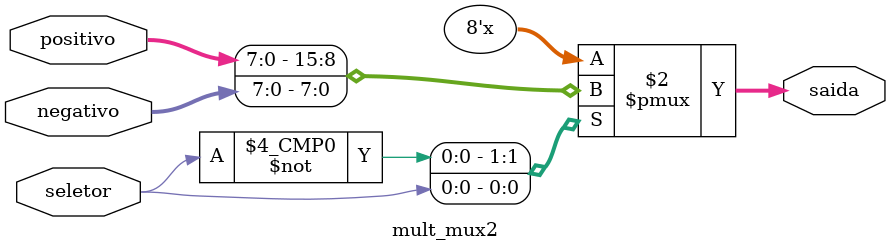
<source format=sv>
module mult_mux2(
	input [7:0] positivo,
	input [7:0] negativo,
	input seletor,
	output [7:0] saida
);

	always @(*)
		case(seletor)
			1'b0: saida = positivo;
			1'b1: saida = negativo;
		endcase

endmodule
</source>
